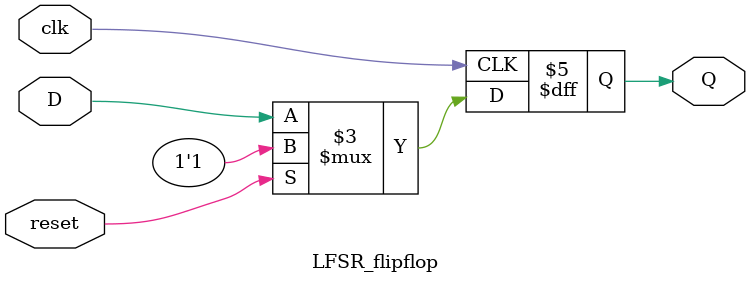
<source format=v>
module LFSR_flipflop(Q,D,clk,reset);

input D, clk,reset;
output reg Q;

always @(posedge clk)
begin
  if(reset)
   Q<= 1'b1;
  else	
   Q <= D;
end

endmodule
</source>
